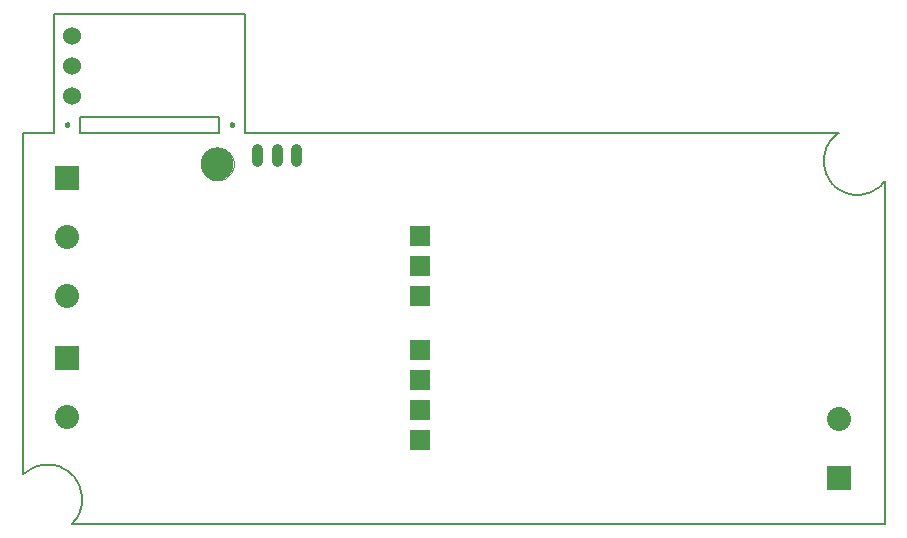
<source format=gbs>
G75*
G70*
%OFA0B0*%
%FSLAX24Y24*%
%IPPOS*%
%LPD*%
%AMOC8*
5,1,8,0,0,1.08239X$1,22.5*
%
%ADD10C,0.0000*%
%ADD11C,0.0150*%
%ADD12C,0.1100*%
%ADD13C,0.0080*%
%ADD14R,0.0800X0.0800*%
%ADD15C,0.0800*%
%ADD16R,0.0650X0.0650*%
%ADD17C,0.0600*%
%ADD18C,0.0375*%
D10*
X006434Y012503D02*
X006436Y012550D01*
X006442Y012596D01*
X006452Y012642D01*
X006465Y012686D01*
X006483Y012730D01*
X006504Y012771D01*
X006528Y012811D01*
X006556Y012849D01*
X006587Y012884D01*
X006621Y012916D01*
X006657Y012945D01*
X006696Y012971D01*
X006736Y012994D01*
X006779Y013013D01*
X006823Y013029D01*
X006868Y013041D01*
X006914Y013049D01*
X006961Y013053D01*
X007007Y013053D01*
X007054Y013049D01*
X007100Y013041D01*
X007145Y013029D01*
X007189Y013013D01*
X007232Y012994D01*
X007272Y012971D01*
X007311Y012945D01*
X007347Y012916D01*
X007381Y012884D01*
X007412Y012849D01*
X007440Y012811D01*
X007464Y012771D01*
X007485Y012730D01*
X007503Y012686D01*
X007516Y012642D01*
X007526Y012596D01*
X007532Y012550D01*
X007534Y012503D01*
X007532Y012456D01*
X007526Y012410D01*
X007516Y012364D01*
X007503Y012320D01*
X007485Y012276D01*
X007464Y012235D01*
X007440Y012195D01*
X007412Y012157D01*
X007381Y012122D01*
X007347Y012090D01*
X007311Y012061D01*
X007272Y012035D01*
X007232Y012012D01*
X007189Y011993D01*
X007145Y011977D01*
X007100Y011965D01*
X007054Y011957D01*
X007007Y011953D01*
X006961Y011953D01*
X006914Y011957D01*
X006868Y011965D01*
X006823Y011977D01*
X006779Y011993D01*
X006736Y012012D01*
X006696Y012035D01*
X006657Y012061D01*
X006621Y012090D01*
X006587Y012122D01*
X006556Y012157D01*
X006528Y012195D01*
X006504Y012235D01*
X006483Y012276D01*
X006465Y012320D01*
X006452Y012364D01*
X006442Y012410D01*
X006436Y012456D01*
X006434Y012503D01*
X007395Y013810D02*
X007397Y013827D01*
X007402Y013843D01*
X007411Y013857D01*
X007423Y013869D01*
X007437Y013878D01*
X007453Y013883D01*
X007470Y013885D01*
X007487Y013883D01*
X007503Y013878D01*
X007517Y013869D01*
X007529Y013857D01*
X007538Y013843D01*
X007543Y013827D01*
X007545Y013810D01*
X007543Y013793D01*
X007538Y013777D01*
X007529Y013763D01*
X007517Y013751D01*
X007503Y013742D01*
X007487Y013737D01*
X007470Y013735D01*
X007453Y013737D01*
X007437Y013742D01*
X007423Y013751D01*
X007411Y013763D01*
X007402Y013777D01*
X007397Y013793D01*
X007395Y013810D01*
X001905Y013810D02*
X001907Y013827D01*
X001912Y013843D01*
X001921Y013857D01*
X001933Y013869D01*
X001947Y013878D01*
X001963Y013883D01*
X001980Y013885D01*
X001997Y013883D01*
X002013Y013878D01*
X002027Y013869D01*
X002039Y013857D01*
X002048Y013843D01*
X002053Y013827D01*
X002055Y013810D01*
X002053Y013793D01*
X002048Y013777D01*
X002039Y013763D01*
X002027Y013751D01*
X002013Y013742D01*
X001997Y013737D01*
X001980Y013735D01*
X001963Y013737D01*
X001947Y013742D01*
X001933Y013751D01*
X001921Y013763D01*
X001912Y013777D01*
X001907Y013793D01*
X001905Y013810D01*
D11*
X001980Y013810D03*
X007470Y013810D03*
D12*
X006984Y012503D03*
D13*
X000510Y002150D02*
X000559Y002196D01*
X000611Y002238D01*
X000666Y002278D01*
X000722Y002314D01*
X000781Y002348D01*
X000841Y002377D01*
X000903Y002403D01*
X000966Y002426D01*
X001031Y002444D01*
X001097Y002459D01*
X001163Y002470D01*
X001230Y002477D01*
X001297Y002481D01*
X001364Y002480D01*
X001431Y002476D01*
X001498Y002467D01*
X001564Y002455D01*
X001629Y002439D01*
X001694Y002419D01*
X001757Y002395D01*
X001818Y002368D01*
X001878Y002337D01*
X001936Y002303D01*
X001992Y002266D01*
X002045Y002225D01*
X002096Y002181D01*
X002145Y002135D01*
X002191Y002086D01*
X002233Y002034D01*
X002273Y001979D01*
X002309Y001923D01*
X002343Y001864D01*
X002372Y001804D01*
X002398Y001742D01*
X002421Y001679D01*
X002439Y001614D01*
X002454Y001548D01*
X002465Y001482D01*
X002472Y001415D01*
X002476Y001348D01*
X002475Y001281D01*
X002471Y001214D01*
X002462Y001147D01*
X002450Y001081D01*
X002434Y001016D01*
X002414Y000951D01*
X002390Y000888D01*
X002363Y000827D01*
X002332Y000767D01*
X002298Y000709D01*
X002261Y000653D01*
X002220Y000600D01*
X002176Y000549D01*
X002130Y000500D01*
X029230Y000500D01*
X029230Y011930D01*
X029189Y011877D01*
X029145Y011828D01*
X029098Y011780D01*
X029049Y011736D01*
X028997Y011695D01*
X028942Y011656D01*
X028886Y011621D01*
X028827Y011590D01*
X028767Y011562D01*
X028705Y011538D01*
X028642Y011517D01*
X028578Y011500D01*
X028512Y011487D01*
X028447Y011478D01*
X028380Y011472D01*
X028314Y011471D01*
X028247Y011474D01*
X028181Y011480D01*
X028116Y011490D01*
X028051Y011505D01*
X027987Y011523D01*
X027924Y011545D01*
X027862Y011570D01*
X027803Y011599D01*
X027745Y011632D01*
X027689Y011668D01*
X027635Y011707D01*
X027584Y011749D01*
X027535Y011794D01*
X027489Y011843D01*
X027446Y011893D01*
X027406Y011946D01*
X027369Y012002D01*
X027336Y012059D01*
X027306Y012119D01*
X027280Y012180D01*
X027257Y012242D01*
X027238Y012306D01*
X027223Y012371D01*
X027211Y012436D01*
X027204Y012502D01*
X027200Y012569D01*
X027201Y012635D01*
X027205Y012701D01*
X027213Y012767D01*
X027225Y012833D01*
X027241Y012897D01*
X027261Y012961D01*
X027285Y013023D01*
X027312Y013084D01*
X027342Y013143D01*
X027377Y013200D01*
X027414Y013255D01*
X027455Y013307D01*
X027498Y013358D01*
X027545Y013405D01*
X027594Y013450D01*
X027646Y013491D01*
X027700Y013530D01*
X007910Y013530D01*
X007910Y017500D01*
X001550Y017500D01*
X001550Y013530D01*
X000500Y013530D01*
X000500Y002150D01*
X000510Y002150D01*
X002410Y013530D02*
X002410Y014070D01*
X007030Y014070D01*
X007030Y013530D01*
X002410Y013530D01*
D14*
X001970Y012030D03*
X001970Y006030D03*
X027720Y002030D03*
D15*
X027720Y003999D03*
X001970Y004061D03*
X001970Y008093D03*
X001970Y010061D03*
D16*
X013750Y010100D03*
X013750Y009100D03*
X013750Y008100D03*
X013750Y006315D03*
X013750Y005315D03*
X013750Y004315D03*
X013750Y003315D03*
D17*
X002130Y014770D03*
X002130Y015770D03*
X002130Y016770D03*
D18*
X008320Y012988D02*
X008320Y012613D01*
X008970Y012613D02*
X008970Y012988D01*
X009620Y012988D02*
X009620Y012613D01*
M02*

</source>
